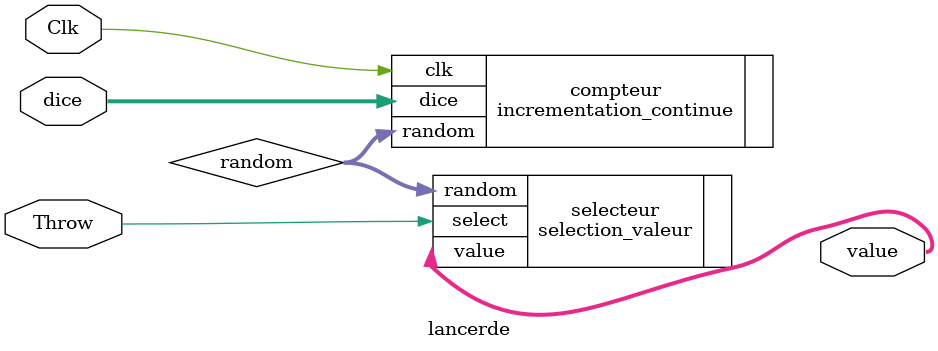
<source format=v>
module lancerde(dice, Throw, Clk, value);
	input[2:0] dice;
	input Throw;
	input Clk;
	
	output[0:6] value;
	
	reg[0:6] random;
	
	// Module pour l'incrementation continue
	incrementation_continue compteur(
		.dice(dice),
		.clk(Clk),
		.random(random)
	);
	
	// Module pour la mémorisation de la valeur
	selection_valeur selecteur(
		.random(random),
		.select(Throw),
		.value(value)
	);
	
endmodule

</source>
